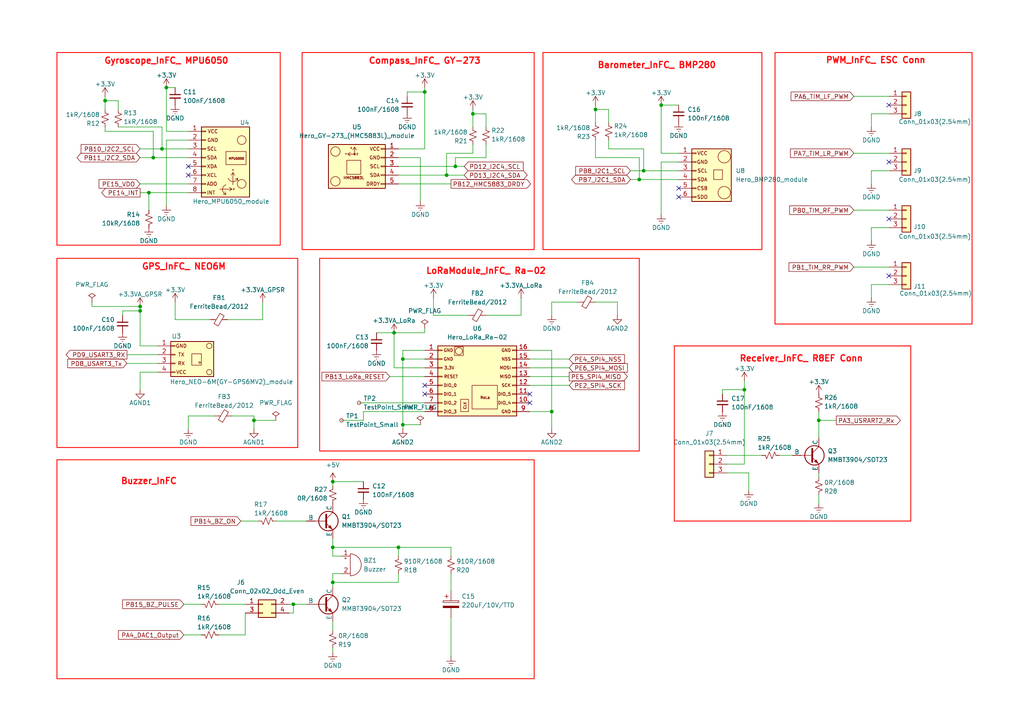
<source format=kicad_sch>
(kicad_sch (version 20250114) (generator "eeschema") (generator_version "9.0")
  (paper "A4")
  (rectangle (start 16.51 133.35) (end 154.94 196.85) (stroke (width 0.254) (color 255 4 0 1)))
  (rectangle (start 16.51 74.93) (end 86.36 129.794) (stroke (width 0.254) (color 255 4 0 1)))
  (rectangle (start 195.58 100.33) (end 264.16 151.13) (stroke (width 0.254) (color 255 4 0 1)))
  (rectangle (start 87.63 15.24) (end 154.94 72.39) (stroke (width 0.254) (color 255 4 0 1)))
  (rectangle (start 224.79 15.24) (end 281.94 93.98) (stroke (width 0.254) (color 255 4 0 1)))
  (rectangle (start 16.51 15.24) (end 81.28 71.12) (stroke (width 0.254) (color 255 4 0 1)))
  (rectangle (start 69.85 71.12) (end 69.85 71.12))
  (rectangle (start 157.48 15.24) (end 220.98 72.39) (stroke (width 0.254) (color 255 4 0 1)))
  (rectangle (start 92.71 74.93) (end 185.42 130.81) (stroke (width 0.254) (color 255 4 0 1)))
  (text "LoRaModule_InFC_ Ra-02" (at 140.97 78.74 0) (effects (font (size 1.778 1.778) (thickness 0.3556) (bold yes))))
  (text "Barometer_InFC_ BMP280" (at 190.5 19.05 0) (effects (font (size 1.778 1.778) (thickness 0.3556) (bold yes))))
  (text "Buzzer_InFC\n" (at 43.18 139.7 0) (effects (font (size 1.778 1.778) (thickness 0.3556) (bold yes))))
  (text "Receiver_InFC_ R8EF Conn\n" (at 232.41 104.14 0) (effects (font (size 1.778 1.778) (thickness 0.3556) (bold yes))))
  (text "GPS_InFC_ NEO6M\n" (at 53.34 77.47 0) (effects (font (size 1.778 1.778) (thickness 0.3556) (bold yes))))
  (text "Compass_InFC_ GY-273" (at 123.19 17.78 0) (effects (font (size 1.778 1.778) (thickness 0.3556) (bold yes))))
  (text "PWM_InFC_ ESC Conn\n\n" (at 254 19.05 0) (effects (font (size 1.778 1.778) (thickness 0.3556) (bold yes))))
  (text "Gyroscope_InFC_ MPU6050\n" (at 48.26 17.78 0) (effects (font (size 1.778 1.778) (thickness 0.3556) (bold yes))))
  (junction (at 215.9 113.03))
  (junction (at 186.69 49.53))
  (junction (at 116.84 104.14))
  (junction (at 172.72 31.75))
  (junction (at 96.52 158.75))
  (junction (at 137.16 33.02))
  (junction (at 40.64 90.17))
  (junction (at 46.99 43.18))
  (junction (at 85.09 175.26))
  (junction (at 73.66 121.92))
  (junction (at 129.54 50.8))
  (junction (at 132.08 48.26))
  (junction (at 48.26 25.4))
  (junction (at 123.19 26.67))
  (junction (at 116.84 123.19))
  (junction (at 191.77 30.48))
  (junction (at 30.48 29.21))
  (junction (at 114.3 96.52))
  (junction (at 96.52 139.7))
  (junction (at 96.52 168.91))
  (junction (at 160.02 119.38))
  (junction (at 40.64 88.9))
  (junction (at 237.49 121.92))
  (junction (at 43.18 55.88))
  (junction (at 115.57 158.75))
  (junction (at 44.45 45.72))
  (junction (at 185.42 52.07))
  (no_connect (at 257.81 63.5))
  (no_connect (at 153.67 114.3))
  (no_connect (at 54.61 48.26))
  (no_connect (at 257.81 46.99))
  (no_connect (at 257.81 30.48))
  (no_connect (at 123.19 114.3))
  (no_connect (at 196.85 57.15))
  (no_connect (at 153.67 116.84))
  (no_connect (at 123.19 111.76))
  (no_connect (at 54.61 50.8))
  (no_connect (at 196.85 54.61))
  (no_connect (at 257.81 80.01))
  (wire (pts (xy 176.53 43.18) (xy 176.53 40.64)))
  (wire (pts (xy 252.73 69.85) (xy 252.73 66.04)))
  (wire (pts (xy 85.09 177.8) (xy 85.09 175.26)))
  (wire (pts (xy 96.52 168.91) (xy 96.52 170.18)))
  (wire (pts (xy 137.16 44.45) (xy 137.16 41.91)))
  (wire (pts (xy 118.11 26.67) (xy 123.19 26.67)))
  (wire (pts (xy 44.45 45.72) (xy 54.61 45.72)))
  (wire (pts (xy 96.52 158.75) (xy 115.57 158.75)))
  (wire (pts (xy 196.85 44.45) (xy 191.77 44.45)))
  (wire (pts (xy 129.54 50.8) (xy 129.54 44.45)))
  (wire (pts (xy 26.67 87.63) (xy 26.67 88.9)))
  (wire (pts (xy 48.26 25.4) (xy 50.8 25.4)))
  (wire (pts (xy 121.92 58.42) (xy 121.92 45.72)))
  (wire (pts (xy 109.22 96.52) (xy 114.3 96.52)))
  (wire (pts (xy 160.02 101.6) (xy 160.02 119.38)))
  (wire (pts (xy 116.84 104.14) (xy 116.84 101.6)))
  (wire (pts (xy 54.61 120.65) (xy 62.23 120.65)))
  (wire (pts (xy 209.55 114.3) (xy 209.55 113.03)))
  (wire (pts (xy 48.26 25.4) (xy 48.26 38.1)))
  (wire (pts (xy 179.07 87.63) (xy 179.07 91.44)))
  (wire (pts (xy 121.92 45.72) (xy 115.57 45.72)))
  (wire (pts (xy 53.34 175.26) (xy 58.42 175.26)))
  (wire (pts (xy 237.49 121.92) (xy 237.49 127)))
  (wire (pts (xy 30.48 36.83) (xy 30.48 38.1)))
  (wire (pts (xy 196.85 46.99) (xy 191.77 46.99)))
  (wire (pts (xy 210.82 137.16) (xy 217.17 137.16)))
  (wire (pts (xy 45.72 100.33) (xy 40.64 100.33)))
  (wire (pts (xy 66.04 92.71) (xy 76.2 92.71)))
  (wire (pts (xy 96.52 139.7) (xy 105.41 139.7)))
  (wire (pts (xy 118.11 27.94) (xy 118.11 26.67)))
  (wire (pts (xy 54.61 53.34) (xy 40.64 53.34)))
  (wire (pts (xy 185.42 45.72) (xy 185.42 52.07)))
  (wire (pts (xy 191.77 46.99) (xy 191.77 62.23)))
  (wire (pts (xy 123.19 95.25) (xy 123.19 96.52)))
  (wire (pts (xy 96.52 158.75) (xy 96.52 161.29)))
  (wire (pts (xy 151.13 91.44) (xy 151.13 86.36)))
  (wire (pts (xy 153.67 111.76) (xy 165.1 111.76)))
  (wire (pts (xy 115.57 48.26) (xy 132.08 48.26)))
  (wire (pts (xy 40.64 45.72) (xy 44.45 45.72)))
  (wire (pts (xy 215.9 110.49) (xy 215.9 113.03)))
  (wire (pts (xy 96.52 166.37) (xy 96.52 168.91)))
  (wire (pts (xy 252.73 82.55) (xy 257.81 82.55)))
  (wire (pts (xy 186.69 43.18) (xy 176.53 43.18)))
  (wire (pts (xy 35.56 91.44) (xy 35.56 90.17)))
  (wire (pts (xy 160.02 91.44) (xy 160.02 87.63)))
  (wire (pts (xy 123.19 26.67) (xy 123.19 25.4)))
  (wire (pts (xy 43.18 55.88) (xy 54.61 55.88)))
  (wire (pts (xy 125.73 86.36) (xy 125.73 91.44)))
  (wire (pts (xy 115.57 158.75) (xy 130.81 158.75)))
  (wire (pts (xy 191.77 44.45) (xy 191.77 30.48)))
  (wire (pts (xy 137.16 33.02) (xy 140.97 33.02)))
  (wire (pts (xy 48.26 40.64) (xy 48.26 59.69)))
  (wire (pts (xy 153.67 106.68) (xy 165.1 106.68)))
  (wire (pts (xy 113.03 109.22) (xy 123.19 109.22)))
  (wire (pts (xy 115.57 43.18) (xy 123.19 43.18)))
  (wire (pts (xy 115.57 168.91) (xy 115.57 166.37)))
  (wire (pts (xy 215.9 134.62) (xy 210.82 134.62)))
  (wire (pts (xy 185.42 45.72) (xy 172.72 45.72)))
  (wire (pts (xy 186.69 49.53) (xy 186.69 43.18)))
  (wire (pts (xy 116.84 123.19) (xy 116.84 104.14)))
  (wire (pts (xy 43.18 55.88) (xy 43.18 60.96)))
  (wire (pts (xy 35.56 90.17) (xy 40.64 90.17)))
  (wire (pts (xy 96.52 139.7) (xy 96.52 140.97)))
  (wire (pts (xy 252.73 53.34) (xy 252.73 49.53)))
  (wire (pts (xy 247.65 77.47) (xy 257.81 77.47)))
  (wire (pts (xy 130.81 166.37) (xy 130.81 171.45)))
  (wire (pts (xy 99.06 121.92) (xy 105.41 121.92)))
  (wire (pts (xy 160.02 119.38) (xy 160.02 124.46)))
  (wire (pts (xy 237.49 137.16) (xy 237.49 138.43)))
  (wire (pts (xy 172.72 30.48) (xy 172.72 31.75)))
  (wire (pts (xy 123.19 96.52) (xy 114.3 96.52)))
  (wire (pts (xy 172.72 45.72) (xy 172.72 40.64)))
  (wire (pts (xy 46.99 36.83) (xy 46.99 43.18)))
  (wire (pts (xy 96.52 156.21) (xy 96.52 158.75)))
  (wire (pts (xy 40.64 88.9) (xy 40.64 90.17)))
  (wire (pts (xy 226.06 132.08) (xy 229.87 132.08)))
  (wire (pts (xy 105.41 119.38) (xy 123.19 119.38)))
  (wire (pts (xy 96.52 187.96) (xy 96.52 189.23)))
  (wire (pts (xy 54.61 40.64) (xy 48.26 40.64)))
  (wire (pts (xy 123.19 106.68) (xy 114.3 106.68)))
  (wire (pts (xy 99.06 166.37) (xy 96.52 166.37)))
  (wire (pts (xy 153.67 104.14) (xy 165.1 104.14)))
  (wire (pts (xy 182.88 49.53) (xy 186.69 49.53)))
  (wire (pts (xy 63.5 175.26) (xy 71.12 175.26)))
  (wire (pts (xy 71.12 184.15) (xy 71.12 177.8)))
  (wire (pts (xy 130.81 158.75) (xy 130.81 161.29)))
  (wire (pts (xy 34.29 36.83) (xy 46.99 36.83)))
  (wire (pts (xy 96.52 161.29) (xy 99.06 161.29)))
  (wire (pts (xy 114.3 106.68) (xy 114.3 96.52)))
  (wire (pts (xy 83.82 175.26) (xy 85.09 175.26)))
  (wire (pts (xy 44.45 38.1) (xy 44.45 45.72)))
  (wire (pts (xy 153.67 101.6) (xy 160.02 101.6)))
  (wire (pts (xy 217.17 137.16) (xy 217.17 142.24)))
  (wire (pts (xy 237.49 143.51) (xy 237.49 146.05)))
  (wire (pts (xy 83.82 177.8) (xy 85.09 177.8)))
  (wire (pts (xy 252.73 49.53) (xy 257.81 49.53)))
  (wire (pts (xy 30.48 27.94) (xy 30.48 29.21)))
  (wire (pts (xy 80.01 151.13) (xy 88.9 151.13)))
  (wire (pts (xy 69.85 151.13) (xy 74.93 151.13)))
  (wire (pts (xy 132.08 48.26) (xy 132.08 45.72)))
  (wire (pts (xy 172.72 87.63) (xy 179.07 87.63)))
  (wire (pts (xy 242.57 121.92) (xy 237.49 121.92)))
  (wire (pts (xy 209.55 113.03) (xy 215.9 113.03)))
  (wire (pts (xy 116.84 101.6) (xy 123.19 101.6)))
  (wire (pts (xy 34.29 31.75) (xy 34.29 29.21)))
  (wire (pts (xy 54.61 124.46) (xy 54.61 120.65)))
  (wire (pts (xy 140.97 33.02) (xy 140.97 36.83)))
  (wire (pts (xy 105.41 121.92) (xy 105.41 119.38)))
  (wire (pts (xy 129.54 44.45) (xy 137.16 44.45)))
  (wire (pts (xy 186.69 49.53) (xy 196.85 49.53)))
  (wire (pts (xy 53.34 184.15) (xy 58.42 184.15)))
  (wire (pts (xy 48.26 38.1) (xy 54.61 38.1)))
  (wire (pts (xy 76.2 92.71) (xy 76.2 87.63)))
  (wire (pts (xy 26.67 88.9) (xy 40.64 88.9)))
  (wire (pts (xy 252.73 36.83) (xy 252.73 33.02)))
  (wire (pts (xy 67.31 120.65) (xy 73.66 120.65)))
  (wire (pts (xy 130.81 179.07) (xy 130.81 190.5)))
  (wire (pts (xy 73.66 120.65) (xy 73.66 121.92)))
  (wire (pts (xy 237.49 119.38) (xy 237.49 121.92)))
  (wire (pts (xy 252.73 33.02) (xy 257.81 33.02)))
  (wire (pts (xy 140.97 91.44) (xy 151.13 91.44)))
  (wire (pts (xy 116.84 124.46) (xy 116.84 123.19)))
  (wire (pts (xy 30.48 29.21) (xy 30.48 31.75)))
  (wire (pts (xy 172.72 31.75) (xy 176.53 31.75)))
  (wire (pts (xy 185.42 52.07) (xy 196.85 52.07)))
  (wire (pts (xy 182.88 52.07) (xy 185.42 52.07)))
  (wire (pts (xy 40.64 55.88) (xy 43.18 55.88)))
  (wire (pts (xy 96.52 168.91) (xy 115.57 168.91)))
  (wire (pts (xy 123.19 43.18) (xy 123.19 26.67)))
  (wire (pts (xy 45.72 107.95) (xy 40.64 107.95)))
  (wire (pts (xy 116.84 123.19) (xy 121.92 123.19)))
  (wire (pts (xy 30.48 38.1) (xy 44.45 38.1)))
  (wire (pts (xy 132.08 48.26) (xy 134.62 48.26)))
  (wire (pts (xy 115.57 53.34) (xy 130.81 53.34)))
  (wire (pts (xy 36.83 105.41) (xy 45.72 105.41)))
  (wire (pts (xy 46.99 43.18) (xy 54.61 43.18)))
  (wire (pts (xy 140.97 45.72) (xy 140.97 41.91)))
  (wire (pts (xy 85.09 175.26) (xy 88.9 175.26)))
  (wire (pts (xy 116.84 104.14) (xy 123.19 104.14)))
  (wire (pts (xy 247.65 60.96) (xy 257.81 60.96)))
  (wire (pts (xy 36.83 102.87) (xy 45.72 102.87)))
  (wire (pts (xy 96.52 180.34) (xy 96.52 182.88)))
  (wire (pts (xy 153.67 109.22) (xy 165.1 109.22)))
  (wire (pts (xy 50.8 92.71) (xy 60.96 92.71)))
  (wire (pts (xy 172.72 31.75) (xy 172.72 35.56)))
  (wire (pts (xy 247.65 27.94) (xy 257.81 27.94)))
  (wire (pts (xy 137.16 31.75) (xy 137.16 33.02)))
  (wire (pts (xy 252.73 66.04) (xy 257.81 66.04)))
  (wire (pts (xy 40.64 100.33) (xy 40.64 90.17)))
  (wire (pts (xy 137.16 33.02) (xy 137.16 36.83)))
  (wire (pts (xy 129.54 50.8) (xy 134.62 50.8)))
  (wire (pts (xy 153.67 119.38) (xy 160.02 119.38)))
  (wire (pts (xy 191.77 30.48) (xy 196.85 30.48)))
  (wire (pts (xy 247.65 44.45) (xy 257.81 44.45)))
  (wire (pts (xy 115.57 158.75) (xy 115.57 161.29)))
  (wire (pts (xy 73.66 121.92) (xy 73.66 124.46)))
  (wire (pts (xy 125.73 91.44) (xy 135.89 91.44)))
  (wire (pts (xy 210.82 132.08) (xy 220.98 132.08)))
  (wire (pts (xy 215.9 113.03) (xy 215.9 134.62)))
  (wire (pts (xy 132.08 45.72) (xy 140.97 45.72)))
  (wire (pts (xy 115.57 50.8) (xy 129.54 50.8)))
  (wire (pts (xy 50.8 87.63) (xy 50.8 92.71)))
  (wire (pts (xy 40.64 107.95) (xy 40.64 113.03)))
  (wire (pts (xy 176.53 31.75) (xy 176.53 35.56)))
  (wire (pts (xy 34.29 29.21) (xy 30.48 29.21)))
  (wire (pts (xy 104.14 116.84) (xy 123.19 116.84)))
  (wire (pts (xy 73.66 121.92) (xy 80.01 121.92)))
  (wire (pts (xy 252.73 86.36) (xy 252.73 82.55)))
  (wire (pts (xy 63.5 184.15) (xy 71.12 184.15)))
  (wire (pts (xy 40.64 43.18) (xy 46.99 43.18)))
  (wire (pts (xy 160.02 87.63) (xy 167.64 87.63)))
  (global_label "PE6_SPI4_MOSI" (shape input) (at 165.1 106.68 0) (property "Intersheetrefs" "${INTERSHEET_REFS}" (effects (hide yes))))
  (global_label "PE14_INT" (shape output) (at 40.64 55.88 180) (property "Intersheetrefs" "${INTERSHEET_REFS}" (effects (hide yes))))
  (global_label "PB10_I2C2_SCL" (shape input) (at 40.64 43.18 180) (property "Intersheetrefs" "${INTERSHEET_REFS}" (effects (hide yes))))
  (global_label "PE4_SPI4_NSS" (shape input) (at 165.1 104.14 0) (property "Intersheetrefs" "${INTERSHEET_REFS}" (effects (hide yes))))
  (global_label "PE5_SPI4_MISO" (shape output) (at 165.1 109.22 0) (property "Intersheetrefs" "${INTERSHEET_REFS}" (effects (hide yes))))
  (global_label "PD9_USART3_RX" (shape output) (at 36.83 102.87 180) (property "Intersheetrefs" "${INTERSHEET_REFS}" (effects (hide yes))))
  (global_label "PB13_LoRa_RESET" (shape input) (at 113.03 109.22 180) (property "Intersheetrefs" "${INTERSHEET_REFS}" (effects (hide yes))))
  (global_label "PB12_HMC5883_DRDY" (shape output) (at 130.81 53.34 0) (property "Intersheetrefs" "${INTERSHEET_REFS}" (effects (hide yes))))
  (global_label "PD13_I2C4_SDA" (shape bidirectional) (at 134.62 50.8 0) (property "Intersheetrefs" "${INTERSHEET_REFS}" (effects (hide yes))))
  (global_label "PA4_DAC1_Output" (shape input) (at 53.34 184.15 180) (property "Intersheetrefs" "${INTERSHEET_REFS}" (effects (hide yes))))
  (global_label "PB7_I2C1_SDA" (shape bidirectional) (at 182.88 52.07 180) (property "Intersheetrefs" "${INTERSHEET_REFS}" (effects (hide yes))))
  (global_label "PA3_USRART2_Rx" (shape output) (at 242.57 121.92 0) (property "Intersheetrefs" "${INTERSHEET_REFS}" (effects (hide yes))))
  (global_label "PE2_SPI4_SCK" (shape input) (at 165.1 111.76 0) (property "Intersheetrefs" "${INTERSHEET_REFS}" (effects (hide yes))))
  (global_label "PA7_TIM_LR_PWM" (shape input) (at 247.65 44.45 180) (property "Intersheetrefs" "${INTERSHEET_REFS}" (effects (hide yes))))
  (global_label "PA6_TIM_LF_PWM" (shape input) (at 247.65 27.94 180) (property "Intersheetrefs" "${INTERSHEET_REFS}" (effects (hide yes))))
  (global_label "PE15_VDO" (shape input) (at 40.64 53.34 180) (property "Intersheetrefs" "${INTERSHEET_REFS}" (effects (hide yes))))
  (global_label "PB1_TIM_RR_PWM" (shape input) (at 247.65 77.47 180) (property "Intersheetrefs" "${INTERSHEET_REFS}" (effects (hide yes))))
  (global_label "PB14_BZ_ON" (shape input) (at 69.85 151.13 180) (property "Intersheetrefs" "${INTERSHEET_REFS}" (effects (hide yes))))
  (global_label "PD12_I2C4_SCL" (shape input) (at 134.62 48.26 0) (property "Intersheetrefs" "${INTERSHEET_REFS}" (effects (hide yes))))
  (global_label "PB11_I2C2_SDA" (shape bidirectional) (at 40.64 45.72 180) (property "Intersheetrefs" "${INTERSHEET_REFS}" (effects (hide yes))))
  (global_label "PD8_USART3_Tx" (shape input) (at 36.83 105.41 180) (property "Intersheetrefs" "${INTERSHEET_REFS}" (effects (hide yes))))
  (global_label "PB8_I2C1_SCL" (shape input) (at 182.88 49.53 180) (property "Intersheetrefs" "${INTERSHEET_REFS}" (effects (hide yes))))
  (global_label "PB15_BZ_PULSE" (shape input) (at 53.34 175.26 180) (property "Intersheetrefs" "${INTERSHEET_REFS}" (effects (hide yes))))
  (global_label "PB0_TIM_RF_PWM" (shape input) (at 247.65 60.96 180) (property "Intersheetrefs" "${INTERSHEET_REFS}" (effects (hide yes))))
  (symbol (lib_id "Connector_Generic:Conn_01x03") (at 205.74 134.62 0) (mirror y) (unit 1)
    (property "Reference" "J7" (at 205.74 125.73 0))
    (property "Value" "Conn_01x03(2.54mm)" (at 205.74 128.27 0))
    (property "Footprint" "Connector_PinHeader_2.54mm:PinHeader_1x03_P2.54mm_Vertical" (effects (hide yes)))
    (property "Description" "Generic connector, single row, 01x03, script generated (kicad-library-utils/schlib/autogen/connector/)" (effects (hide yes)))
  )
  (symbol (lib_id "Device:C_Small") (at 196.85 33.02 0) (unit 1)
    (property "Reference" "C16" (at 199.39 31.7562 0) (effects (justify left)))
    (property "Value" "100nF/1608" (at 199.39 34.2962 0) (effects (justify left)))
    (property "Footprint" "Capacitor_SMD:C_0603_1608Metric_Pad1.08x0.95mm_HandSolder" (effects (hide yes)))
    (property "Description" "Unpolarized capacitor, small symbol" (effects (hide yes)))
  )
  (symbol (lib_id "power:+3.3V") (at 123.19 25.4 0) (unit 1)
    (property "Reference" "#PWR054" (effects (hide yes)))
    (property "Value" "+3.3V" (at 123.19 21.844 0))
    (property "Description" "Power symbol creates a global label with name \"+3.3V\"" (effects (hide yes)))
  )
  (symbol (lib_id "Hero_library_sym:Hero_MPU6050_module") (at 59.69 45.72 0) (unit 1)
    (property "Reference" "U4" (at 69.596 35.56 0) (effects (justify left)))
    (property "Value" "Hero_MPU6050_module" (at 55.88 58.42 0) (effects (justify left)))
    (property "Footprint" "Hero_Footprint_25:Hero_MPU6050_1x08_P2.54mm_Vertical" (effects (hide yes)))
    (property "Description" "Generic connector, single row, 01x08, script generated (kicad-library-utils/schlib/autogen/connector/)" (effects (hide yes)))
  )
  (symbol (lib_id "Connector_Generic:Conn_02x02_Odd_Even") (at 76.2 175.26 0) (unit 1)
    (property "Reference" "J6" (at 69.85 168.91 0))
    (property "Value" "Conn_02x02_Odd_Even" (at 77.47 171.45 0))
    (property "Footprint" "Connector_PinHeader_2.54mm:PinHeader_2x02_P2.54mm_Vertical" (effects (hide yes)))
    (property "Description" "Generic connector, double row, 02x02, odd/even pin numbering scheme (row 1 odd numbers, row 2 even numbers), script generated (kicad-library-utils/schlib/autogen/connector/)" (effects (hide yes)))
  )
  (symbol (lib_id "power:+3.3V") (at 76.2 87.63 0) (unit 1)
    (property "Reference" "#PWR044" (effects (hide yes)))
    (property "Value" "+3.3VA_GPSR" (at 76.2 84.074 0))
    (property "Description" "Power symbol creates a global label with name \"+3.3V\"" (effects (hide yes)))
  )
  (symbol (lib_id "power:Earth") (at 252.73 53.34 0) (unit 1)
    (property "Reference" "#PWR069" (effects (hide yes)))
    (property "Value" "DGND" (at 252.73 57.15 0))
    (property "Description" "Power symbol creates a global label with name \"Earth\"" (effects (hide yes)))
  )
  (symbol (lib_id "power:GND") (at 160.02 124.46 0) (unit 1)
    (property "Reference" "#PWR080" (effects (hide yes)))
    (property "Value" "AGND2" (at 160.02 128.27 0))
    (property "Description" "Power symbol creates a global label with name \"GND\" , ground" (effects (hide yes)))
  )
  (symbol (lib_id "power:+3.3V") (at 40.64 88.9 0) (unit 1)
    (property "Reference" "#PWR037" (effects (hide yes)))
    (property "Value" "+3.3VA_GPSR" (at 40.64 85.344 0))
    (property "Description" "Power symbol creates a global label with name \"+3.3V\"" (effects (hide yes)))
  )
  (symbol (lib_id "Connector:TestPoint_Small") (at 99.06 121.92 0) (unit 1)
    (property "Reference" "TP1" (at 100.33 120.6499 0) (effects (justify left)))
    (property "Value" "TestPoint_Small" (at 100.33 123.1899 0) (effects (justify left)))
    (property "Footprint" "TestPoint:TestPoint_THTPad_D1.0mm_Drill0.5mm" (effects (hide yes)))
    (property "Description" "test point" (effects (hide yes)))
  )
  (symbol (lib_id "power:Earth") (at 130.81 190.5 0) (unit 1)
    (property "Reference" "#PWR056" (effects (hide yes)))
    (property "Value" "DGND" (at 130.81 194.31 0))
    (property "Description" "Power symbol creates a global label with name \"Earth\"" (effects (hide yes)))
  )
  (symbol (lib_id "power:+3.3V") (at 151.13 86.36 0) (unit 1)
    (property "Reference" "#PWR058" (effects (hide yes)))
    (property "Value" "+3.3VA_LoRa" (at 151.13 82.804 0))
    (property "Description" "Power symbol creates a global label with name \"+3.3V\"" (effects (hide yes)))
  )
  (symbol (lib_id "Connector_Generic:Conn_01x03") (at 262.89 63.5 0) (unit 1)
    (property "Reference" "J10" (at 264.922 65.786 0) (effects (justify left)))
    (property "Value" "Conn_01x03(2.54mm)" (at 260.604 68.58 0) (effects (justify left)))
    (property "Footprint" "Connector_PinHeader_2.54mm:PinHeader_1x03_P2.54mm_Vertical" (effects (hide yes)))
    (property "Description" "Generic connector, single row, 01x03, script generated (kicad-library-utils/schlib/autogen/connector/)" (effects (hide yes)))
  )
  (symbol (lib_id "power:GND") (at 179.07 91.44 0) (unit 1)
    (property "Reference" "#PWR079" (effects (hide yes)))
    (property "Value" "AGND2" (at 179.07 95.25 0))
    (property "Description" "Power symbol creates a global label with name \"GND\" , ground" (effects (hide yes)))
  )
  (symbol (lib_id "power:+3.3V") (at 237.49 114.3 0) (unit 1)
    (property "Reference" "#PWR066" (effects (hide yes)))
    (property "Value" "+3.3V" (at 237.49 110.744 0))
    (property "Description" "Power symbol creates a global label with name \"+3.3V\"" (effects (hide yes)))
  )
  (symbol (lib_id "Device:R_Small_US") (at 34.29 34.29 0) (unit 1)
    (property "Reference" "R13" (at 35.814 32.766 0) (effects (justify left)))
    (property "Value" "1kR/1608" (at 35.814 35.306 0) (effects (justify left)))
    (property "Footprint" "Resistor_SMD:R_0603_1608Metric_Pad0.98x0.95mm_HandSolder" (effects (hide yes)))
    (property "Description" "Resistor, small US symbol" (effects (hide yes)))
  )
  (symbol (lib_id "Device:R_Small_US") (at 137.16 39.37 180) (unit 1)
    (property "Reference" "R21" (at 135.636 40.894 0) (effects (justify left)))
    (property "Value" "1kR/1608" (at 135.636 38.354 0) (effects (justify left)))
    (property "Footprint" "Resistor_SMD:R_0603_1608Metric_Pad0.98x0.95mm_HandSolder" (effects (hide yes)))
    (property "Description" "Resistor, small US symbol" (effects (hide yes)))
  )
  (symbol (lib_id "Hero_library_sym:Hero_GY-273_(HMC5883L)_module") (at 104.14 48.26 0) (unit 1)
    (property "Reference" "U5" (at 103.505 36.83 0))
    (property "Value" "Hero_GY-273_(HMC5883L)_module" (at 103.505 39.37 0))
    (property "Footprint" "Hero_Footprint_25:Hero_gy273" (effects (hide yes)))
    (property "Description" "Generic connector, single row, 01x05, script generated (kicad-library-utils/schlib/autogen/connector/)" (effects (hide yes)))
  )
  (symbol (lib_id "power:+3.3V") (at 172.72 30.48 0) (unit 1)
    (property "Reference" "#PWR060" (effects (hide yes)))
    (property "Value" "+3.3V" (at 172.72 26.924 0))
    (property "Description" "Power symbol creates a global label with name \"+3.3V\"" (effects (hide yes)))
  )
  (symbol (lib_id "power:Earth") (at 50.8 30.48 0) (unit 1)
    (property "Reference" "#PWR042" (effects (hide yes)))
    (property "Value" "DGND" (at 50.8 34.29 0))
    (property "Description" "Power symbol creates a global label with name \"Earth\"" (effects (hide yes)))
  )
  (symbol (lib_id "Device:C_Polarized") (at 130.81 175.26 0) (unit 1)
    (property "Reference" "C15" (at 133.858 172.974 0) (effects (justify left)))
    (property "Value" "220uF/10V/TTD" (at 133.858 175.514 0) (effects (justify left)))
    (property "Footprint" "Capacitor_Tantalum_SMD:CP_EIA-7343-31_Kemet-D_HandSolder" (effects (hide yes)))
    (property "Description" "Polarized capacitor" (effects (hide yes)))
  )
  (symbol (lib_id "power:Earth") (at 217.17 142.24 0) (unit 1)
    (property "Reference" "#PWR065" (effects (hide yes)))
    (property "Value" "DGND" (at 217.17 146.05 0))
    (property "Description" "Power symbol creates a global label with name \"Earth\"" (effects (hide yes)))
  )
  (symbol (lib_id "Device:FerriteBead_Small") (at 63.5 92.71 270) (unit 1)
    (property "Reference" "FB1" (at 63.5381 86.36 90))
    (property "Value" "FerriteBead/2012" (at 63.5381 88.9 90))
    (property "Footprint" "Inductor_SMD:L_0805_2012Metric_Pad1.05x1.20mm_HandSolder" (effects (hide yes)))
    (property "Description" "Ferrite bead, small symbol" (effects (hide yes)))
  )
  (symbol (lib_id "power:Earth") (at 109.22 101.6 0) (mirror y) (unit 1)
    (property "Reference" "#PWR048" (effects (hide yes)))
    (property "Value" "DGND" (at 109.22 105.41 0))
    (property "Description" "Power symbol creates a global label with name \"Earth\"" (effects (hide yes)))
  )
  (symbol (lib_id "power:GND") (at 40.64 113.03 0) (unit 1)
    (property "Reference" "#PWR078" (effects (hide yes)))
    (property "Value" "AGND1" (at 40.64 116.84 0))
    (property "Description" "Power symbol creates a global label with name \"GND\" , ground" (effects (hide yes)))
  )
  (symbol (lib_id "Device:R_Small_US") (at 130.81 163.83 0) (mirror x) (unit 1)
    (property "Reference" "R20" (at 132.334 165.354 0) (effects (justify left)))
    (property "Value" "910R/1608" (at 132.334 162.814 0) (effects (justify left)))
    (property "Footprint" "Resistor_SMD:R_0603_1608Metric_Pad0.98x0.95mm_HandSolder" (effects (hide yes)))
    (property "Description" "Resistor, small US symbol" (effects (hide yes)))
  )
  (symbol (lib_id "Device:C_Small") (at 109.22 99.06 0) (mirror y) (unit 1)
    (property "Reference" "C13" (at 106.934 97.79 0) (effects (justify left)))
    (property "Value" "100nF/1608" (at 106.934 100.33 0) (effects (justify left)))
    (property "Footprint" "Capacitor_SMD:C_0603_1608Metric_Pad1.08x0.95mm_HandSolder" (effects (hide yes)))
    (property "Description" "Unpolarized capacitor, small symbol" (effects (hide yes)))
  )
  (symbol (lib_id "power:Earth") (at 237.49 146.05 0) (unit 1)
    (property "Reference" "#PWR067" (effects (hide yes)))
    (property "Value" "DGND" (at 237.49 149.86 0))
    (property "Description" "Power symbol creates a global label with name \"Earth\"" (effects (hide yes)))
  )
  (symbol (lib_id "power:Earth") (at 252.73 36.83 0) (unit 1)
    (property "Reference" "#PWR068" (effects (hide yes)))
    (property "Value" "DGND" (at 252.73 40.64 0))
    (property "Description" "Power symbol creates a global label with name \"Earth\"" (effects (hide yes)))
  )
  (symbol (lib_id "Device:R_Small_US") (at 43.18 63.5 0) (mirror y) (unit 1)
    (property "Reference" "R14" (at 40.64 62.2299 0) (effects (justify left)))
    (property "Value" "10kR/1608" (at 40.64 64.7699 0) (effects (justify left)))
    (property "Footprint" "Resistor_SMD:R_0603_1608Metric_Pad0.98x0.95mm_HandSolder" (effects (hide yes)))
    (property "Description" "Resistor, small US symbol" (effects (hide yes)))
  )
  (symbol (lib_id "Device:R_Small_US") (at 115.57 163.83 0) (mirror x) (unit 1)
    (property "Reference" "R18" (at 117.094 165.354 0) (effects (justify left)))
    (property "Value" "910R/1608" (at 117.094 162.814 0) (effects (justify left)))
    (property "Footprint" "Resistor_SMD:R_0603_1608Metric_Pad0.98x0.95mm_HandSolder" (effects (hide yes)))
    (property "Description" "Resistor, small US symbol" (effects (hide yes)))
  )
  (symbol (lib_id "power:PWR_FLAG") (at 123.19 95.25 0) (unit 1)
    (property "Reference" "#FLG07" (effects (hide yes)))
    (property "Value" "PWR_FLAG" (at 123.19 90.17 0))
    (property "Description" "Special symbol for telling ERC where power comes from" (effects (hide yes)))
  )
  (symbol (lib_id "Device:R_Small_US") (at 30.48 34.29 180) (unit 1)
    (property "Reference" "R12" (at 28.956 35.814 0) (effects (justify left)))
    (property "Value" "1kR/1608" (at 28.956 33.274 0) (effects (justify left)))
    (property "Footprint" "Resistor_SMD:R_0603_1608Metric_Pad0.98x0.95mm_HandSolder" (effects (hide yes)))
    (property "Description" "Resistor, small US symbol" (effects (hide yes)))
  )
  (symbol (lib_id "power:Earth") (at 252.73 86.36 0) (unit 1)
    (property "Reference" "#PWR071" (effects (hide yes)))
    (property "Value" "DGND" (at 252.73 90.17 0))
    (property "Description" "Power symbol creates a global label with name \"Earth\"" (effects (hide yes)))
  )
  (symbol (lib_id "Device:R_Small_US") (at 60.96 175.26 270) (mirror x) (unit 1)
    (property "Reference" "R15" (at 57.15 170.434 90) (effects (justify left)))
    (property "Value" "1kR/1608" (at 57.15 172.974 90) (effects (justify left)))
    (property "Footprint" "Resistor_SMD:R_0603_1608Metric_Pad0.98x0.95mm_HandSolder" (effects (hide yes)))
    (property "Description" "Resistor, small US symbol" (effects (hide yes)))
  )
  (symbol (lib_id "Device:FerriteBead_Small") (at 170.18 87.63 270) (unit 1)
    (property "Reference" "FB4" (at 170.434 82.042 90))
    (property "Value" "FerriteBead/2012" (at 170.434 84.582 90))
    (property "Footprint" "Inductor_SMD:L_0805_2012Metric_Pad1.05x1.20mm_HandSolder" (effects (hide yes)))
    (property "Description" "Ferrite bead, small symbol" (effects (hide yes)))
  )
  (symbol (lib_id "Device:C_Small") (at 209.55 116.84 0) (unit 1)
    (property "Reference" "C17" (at 212.09 115.5762 0) (effects (justify left)))
    (property "Value" "100nF/1608" (at 212.09 118.1162 0) (effects (justify left)))
    (property "Footprint" "Capacitor_SMD:C_0603_1608Metric_Pad1.08x0.95mm_HandSolder" (effects (hide yes)))
    (property "Description" "Unpolarized capacitor, small symbol" (effects (hide yes)))
  )
  (symbol (lib_id "power:Earth") (at 105.41 144.78 0) (mirror y) (unit 1)
    (property "Reference" "#PWR047" (effects (hide yes)))
    (property "Value" "DGND" (at 105.41 148.59 0))
    (property "Description" "Power symbol creates a global label with name \"Earth\"" (effects (hide yes)))
  )
  (symbol (lib_id "power:+3.3V") (at 50.8 87.63 0) (unit 1)
    (property "Reference" "#PWR043" (effects (hide yes)))
    (property "Value" "+3.3V" (at 50.8 84.074 0))
    (property "Description" "Power symbol creates a global label with name \"+3.3V\"" (effects (hide yes)))
  )
  (symbol (lib_id "Simulation_SPICE:NPN") (at 93.98 151.13 0) (unit 1)
    (property "Reference" "Q1" (at 99.06 149.8599 0) (effects (justify left)))
    (property "Value" "MMBT3904/SOT23" (at 99.06 152.3999 0) (effects (justify left)))
    (property "Footprint" "Package_TO_SOT_SMD:SOT-23" (effects (hide yes)))
    (property "Datasheet" "https://ngspice.sourceforge.io/docs/ngspice-html-manual/manual.xhtml#cha_BJTs" (effects (hide yes)))
    (property "Description" "Bipolar transistor symbol for simulation only, substrate tied to the emitter" (effects (hide yes)))
    (property "Sim.Device" "NPN" (effects (hide yes)))
    (property "Sim.Type" "GUMMELPOON" (effects (hide yes)))
    (property "Sim.Pins" "1=C 2=B 3=E" (effects (hide yes)))
  )
  (symbol (lib_id "power:Earth") (at 191.77 62.23 0) (unit 1)
    (property "Reference" "#PWR062" (effects (hide yes)))
    (property "Value" "DGND" (at 191.77 66.04 0))
    (property "Description" "Power symbol creates a global label with name \"Earth\"" (effects (hide yes)))
  )
  (symbol (lib_id "Device:C_Small") (at 105.41 142.24 0) (unit 1)
    (property "Reference" "C12" (at 107.95 140.9762 0) (effects (justify left)))
    (property "Value" "100nF/1608" (at 107.95 143.5162 0) (effects (justify left)))
    (property "Footprint" "Capacitor_SMD:C_0603_1608Metric_Pad1.08x0.95mm_HandSolder" (effects (hide yes)))
    (property "Description" "Unpolarized capacitor, small symbol" (effects (hide yes)))
  )
  (symbol (lib_id "power:Earth") (at 252.73 69.85 0) (unit 1)
    (property "Reference" "#PWR070" (effects (hide yes)))
    (property "Value" "DGND" (at 252.73 73.66 0))
    (property "Description" "Power symbol creates a global label with name \"Earth\"" (effects (hide yes)))
  )
  (symbol (lib_id "power:+5V") (at 96.52 139.7 0) (unit 1)
    (property "Reference" "#PWR045" (effects (hide yes)))
    (property "Value" "+5V" (at 96.52 134.874 0))
    (property "Description" "Power symbol creates a global label with name \"+5V\"" (effects (hide yes)))
  )
  (symbol (lib_id "power:+3.3V") (at 48.26 25.4 0) (unit 1)
    (property "Reference" "#PWR040" (effects (hide yes)))
    (property "Value" "+3.3V" (at 48.26 21.844 0))
    (property "Description" "Power symbol creates a global label with name \"+3.3V\"" (effects (hide yes)))
  )
  (symbol (lib_id "Hero_library_sym:Hero_BMP280_module") (at 207.01 50.8 0) (unit 1)
    (property "Reference" "U8" (at 213.36 49.5299 0) (effects (justify left)))
    (property "Value" "Hero_BMP280_module" (at 213.36 52.0699 0) (effects (justify left)))
    (property "Footprint" "Hero_Footprint_25:Hero_BMP280_1x06_P2.54mm_Vertical" (effects (hide yes)))
    (property "Description" "Generic connector, single row, 01x06, script generated (kicad-library-utils/schlib/autogen/connector/)" (effects (hide yes)))
  )
  (symbol (lib_id "Device:R_Small_US") (at 237.49 140.97 0) (mirror x) (unit 1)
    (property "Reference" "R28" (at 239.014 142.494 0) (effects (justify left)))
    (property "Value" "0R/1608" (at 239.014 139.954 0) (effects (justify left)))
    (property "Footprint" "Resistor_SMD:R_0603_1608Metric_Pad0.98x0.95mm_HandSolder" (effects (hide yes)))
    (property "Description" "Resistor, small US symbol" (effects (hide yes)))
  )
  (symbol (lib_id "Device:R_Small_US") (at 172.72 38.1 180) (unit 1)
    (property "Reference" "R23" (at 171.196 39.624 0) (effects (justify left)))
    (property "Value" "1kR/1608" (at 171.196 37.084 0) (effects (justify left)))
    (property "Footprint" "Resistor_SMD:R_0603_1608Metric_Pad0.98x0.95mm_HandSolder" (effects (hide yes)))
    (property "Description" "Resistor, small US symbol" (effects (hide yes)))
  )
  (symbol (lib_id "Connector_Generic:Conn_01x03") (at 262.89 30.48 0) (unit 1)
    (property "Reference" "J8" (at 264.922 33.02 0) (effects (justify left)))
    (property "Value" "Conn_01x03(2.54mm)" (at 260.604 35.306 0) (effects (justify left)))
    (property "Footprint" "Connector_PinHeader_2.54mm:PinHeader_1x03_P2.54mm_Vertical" (effects (hide yes)))
    (property "Description" "Generic connector, single row, 01x03, script generated (kicad-library-utils/schlib/autogen/connector/)" (effects (hide yes)))
  )
  (symbol (lib_id "Device:C_Small") (at 50.8 27.94 0) (unit 1)
    (property "Reference" "C11" (at 53.086 26.67 0) (effects (justify left)))
    (property "Value" "100nF/1608" (at 53.086 29.21 0) (effects (justify left)))
    (property "Footprint" "Capacitor_SMD:C_0603_1608Metric_Pad1.08x0.95mm_HandSolder" (effects (hide yes)))
    (property "Description" "Unpolarized capacitor, small symbol" (effects (hide yes)))
  )
  (symbol (lib_id "Device:R_Small_US") (at 140.97 39.37 0) (unit 1)
    (property "Reference" "R22" (at 142.494 37.846 0) (effects (justify left)))
    (property "Value" "1kR/1608" (at 142.494 40.386 0) (effects (justify left)))
    (property "Footprint" "Resistor_SMD:R_0603_1608Metric_Pad0.98x0.95mm_HandSolder" (effects (hide yes)))
    (property "Description" "Resistor, small US symbol" (effects (hide yes)))
  )
  (symbol (lib_id "Device:C_Small") (at 118.11 30.48 0) (mirror y) (unit 1)
    (property "Reference" "C14" (at 115.824 29.21 0) (effects (justify left)))
    (property "Value" "100nF/1608" (at 115.824 31.75 0) (effects (justify left)))
    (property "Footprint" "Capacitor_SMD:C_0603_1608Metric_Pad1.08x0.95mm_HandSolder" (effects (hide yes)))
    (property "Description" "Unpolarized capacitor, small symbol" (effects (hide yes)))
  )
  (symbol (lib_id "Simulation_SPICE:NPN") (at 234.95 132.08 0) (unit 1)
    (property "Reference" "Q3" (at 240.03 130.8099 0) (effects (justify left)))
    (property "Value" "MMBT3904/SOT23" (at 240.03 133.3499 0) (effects (justify left)))
    (property "Footprint" "Package_TO_SOT_SMD:SOT-23" (effects (hide yes)))
    (property "Datasheet" "https://ngspice.sourceforge.io/docs/ngspice-html-manual/manual.xhtml#cha_BJTs" (effects (hide yes)))
    (property "Description" "Bipolar transistor symbol for simulation only, substrate tied to the emitter" (effects (hide yes)))
    (property "Sim.Device" "NPN" (effects (hide yes)))
    (property "Sim.Type" "GUMMELPOON" (effects (hide yes)))
    (property "Sim.Pins" "1=C 2=B 3=E" (effects (hide yes)))
  )
  (symbol (lib_id "power:+3.3V") (at 137.16 31.75 0) (unit 1)
    (property "Reference" "#PWR057" (effects (hide yes)))
    (property "Value" "+3.3V" (at 137.16 28.194 0))
    (property "Description" "Power symbol creates a global label with name \"+3.3V\"" (effects (hide yes)))
  )
  (symbol (lib_id "power:+3.3V") (at 30.48 27.94 0) (unit 1)
    (property "Reference" "#PWR035" (effects (hide yes)))
    (property "Value" "+3.3V" (at 30.48 24.384 0))
    (property "Description" "Power symbol creates a global label with name \"+3.3V\"" (effects (hide yes)))
  )
  (symbol (lib_id "Connector:TestPoint_Small") (at 104.14 116.84 0) (unit 1)
    (property "Reference" "TP2" (at 105.41 115.5699 0) (effects (justify left)))
    (property "Value" "TestPoint_Small" (at 105.41 118.1099 0) (effects (justify left)))
    (property "Footprint" "TestPoint:TestPoint_THTPad_D1.0mm_Drill0.5mm" (effects (hide yes)))
    (property "Description" "test point" (effects (hide yes)))
  )
  (symbol (lib_id "power:Earth") (at 196.85 35.56 0) (mirror y) (unit 1)
    (property "Reference" "#PWR063" (effects (hide yes)))
    (property "Value" "DGND" (at 196.85 39.37 0))
    (property "Description" "Power symbol creates a global label with name \"Earth\"" (effects (hide yes)))
  )
  (symbol (lib_id "Hero_library_sym:Hero_LoRa_Ra-02") (at 128.27 109.22 0) (unit 1)
    (property "Reference" "U6" (at 138.43 95.25 0))
    (property "Value" "Hero_LoRa_Ra-02" (at 138.43 97.79 0))
    (property "Footprint" "Hero_Footprint_25:Hero_RoLa_Ra-02_1x08_P2.00mm_Vertical" (effects (hide yes)))
    (property "Description" "Generic connector, single row, 01x08, script generated (kicad-library-utils/schlib/autogen/connector/)" (effects (hide yes)))
  )
  (symbol (lib_id "Connector_Generic:Conn_01x03") (at 262.89 80.01 0) (unit 1)
    (property "Reference" "J11" (at 264.922 83.058 0) (effects (justify left)))
    (property "Value" "Conn_01x03(2.54mm)" (at 260.858 85.09 0) (effects (justify left)))
    (property "Footprint" "Connector_PinHeader_2.54mm:PinHeader_1x03_P2.54mm_Vertical" (effects (hide yes)))
    (property "Description" "Generic connector, single row, 01x03, script generated (kicad-library-utils/schlib/autogen/connector/)" (effects (hide yes)))
  )
  (symbol (lib_id "power:Earth") (at 121.92 58.42 0) (unit 1)
    (property "Reference" "#PWR053" (effects (hide yes)))
    (property "Value" "DGND" (at 121.92 62.23 0))
    (property "Description" "Power symbol creates a global label with name \"Earth\"" (effects (hide yes)))
  )
  (symbol (lib_id "power:+3.3V") (at 114.3 96.52 0) (unit 1)
    (property "Reference" "#PWR049" (effects (hide yes)))
    (property "Value" "+3.3VA_LoRa" (at 114.3 92.964 0))
    (property "Description" "Power symbol creates a global label with name \"+3.3V\"" (effects (hide yes)))
  )
  (symbol (lib_id "Device:R_Small_US") (at 60.96 184.15 270) (mirror x) (unit 1)
    (property "Reference" "R16" (at 57.15 179.324 90) (effects (justify left)))
    (property "Value" "1kR/1608" (at 57.15 181.864 90) (effects (justify left)))
    (property "Footprint" "Resistor_SMD:R_0603_1608Metric_Pad0.98x0.95mm_HandSolder" (effects (hide yes)))
    (property "Description" "Resistor, small US symbol" (effects (hide yes)))
  )
  (symbol (lib_id "Device:R_Small_US") (at 223.52 132.08 270) (mirror x) (unit 1)
    (property "Reference" "R25" (at 219.71 127.254 90) (effects (justify left)))
    (property "Value" "1kR/1608" (at 219.71 129.794 90) (effects (justify left)))
    (property "Footprint" "Resistor_SMD:R_0603_1608Metric_Pad0.98x0.95mm_HandSolder" (effects (hide yes)))
    (property "Description" "Resistor, small US symbol" (effects (hide yes)))
  )
  (symbol (lib_id "Device:R_Small_US") (at 77.47 151.13 270) (mirror x) (unit 1)
    (property "Reference" "R17" (at 73.66 146.304 90) (effects (justify left)))
    (property "Value" "1kR/1608" (at 73.66 148.844 90) (effects (justify left)))
    (property "Footprint" "Resistor_SMD:R_0603_1608Metric_Pad0.98x0.95mm_HandSolder" (effects (hide yes)))
    (property "Description" "Resistor, small US symbol" (effects (hide yes)))
  )
  (symbol (lib_id "Device:R_Small_US") (at 237.49 116.84 0) (unit 1)
    (property "Reference" "R26" (at 239.014 115.316 0) (effects (justify left)))
    (property "Value" "1kR/1608" (at 239.014 117.856 0) (effects (justify left)))
    (property "Footprint" "Resistor_SMD:R_0603_1608Metric_Pad0.98x0.95mm_HandSolder" (effects (hide yes)))
    (property "Description" "Resistor, small US symbol" (effects (hide yes)))
  )
  (symbol (lib_id "power:Earth") (at 43.18 66.04 0) (unit 1)
    (property "Reference" "#PWR039" (effects (hide yes)))
    (property "Value" "DGND" (at 43.18 69.85 0))
    (property "Description" "Power symbol creates a global label with name \"Earth\"" (effects (hide yes)))
  )
  (symbol (lib_id "Device:C_Small") (at 35.56 93.98 0) (mirror y) (unit 1)
    (property "Reference" "C10" (at 33.274 92.71 0) (effects (justify left)))
    (property "Value" "100nF/1608" (at 33.274 95.25 0) (effects (justify left)))
    (property "Footprint" "Capacitor_SMD:C_0603_1608Metric_Pad1.08x0.95mm_HandSolder" (effects (hide yes)))
    (property "Description" "Unpolarized capacitor, small symbol" (effects (hide yes)))
  )
  (symbol (lib_id "power:PWR_FLAG") (at 26.67 87.63 0) (unit 1)
    (property "Reference" "#FLG05" (effects (hide yes)))
    (property "Value" "PWR_FLAG" (at 26.67 82.55 0))
    (property "Description" "Special symbol for telling ERC where power comes from" (effects (hide yes)))
  )
  (symbol (lib_id "Device:FerriteBead_Small") (at 64.77 120.65 270) (unit 1)
    (property "Reference" "FB3" (at 65.024 115.062 90))
    (property "Value" "FerriteBead/2012" (at 65.024 117.602 90))
    (property "Footprint" "Inductor_SMD:L_0805_2012Metric_Pad1.05x1.20mm_HandSolder" (effects (hide yes)))
    (property "Description" "Ferrite bead, small symbol" (effects (hide yes)))
  )
  (symbol (lib_id "Connector_Generic:Conn_01x03") (at 262.89 46.99 0) (unit 1)
    (property "Reference" "J9" (at 264.922 49.53 0) (effects (justify left)))
    (property "Value" "Conn_01x03(2.54mm)" (at 260.604 52.07 0) (effects (justify left)))
    (property "Footprint" "Connector_PinHeader_2.54mm:PinHeader_1x03_P2.54mm_Vertical" (effects (hide yes)))
    (property "Description" "Generic connector, single row, 01x03, script generated (kicad-library-utils/schlib/autogen/connector/)" (effects (hide yes)))
  )
  (symbol (lib_id "power:Earth") (at 96.52 189.23 0) (unit 1)
    (property "Reference" "#PWR046" (effects (hide yes)))
    (property "Value" "DGND" (at 96.52 193.04 0))
    (property "Description" "Power symbol creates a global label with name \"Earth\"" (effects (hide yes)))
  )
  (symbol (lib_id "power:GND") (at 116.84 124.46 0) (unit 1)
    (property "Reference" "#PWR050" (effects (hide yes)))
    (property "Value" "AGND2" (at 116.84 128.27 0))
    (property "Description" "Power symbol creates a global label with name \"GND\" , ground" (effects (hide yes)))
  )
  (symbol (lib_id "Device:FerriteBead_Small") (at 138.43 91.44 270) (unit 1)
    (property "Reference" "FB2" (at 138.4681 85.09 90))
    (property "Value" "FerriteBead/2012" (at 138.4681 87.63 90))
    (property "Footprint" "Inductor_SMD:L_0805_2012Metric_Pad1.05x1.20mm_HandSolder" (effects (hide yes)))
    (property "Description" "Ferrite bead, small symbol" (effects (hide yes)))
  )
  (symbol (lib_id "Device:Buzzer") (at 101.6 163.83 0) (unit 1)
    (property "Reference" "BZ1" (at 105.41 162.5599 0) (effects (justify left)))
    (property "Value" "Buzzer" (at 105.41 165.0999 0) (effects (justify left)))
    (property "Footprint" "Buzzer_Beeper:Buzzer_12x9.5RM7.6" (effects (hide yes)))
    (property "Description" "Buzzer, polarized" (effects (hide yes)))
  )
  (symbol (lib_id "power:PWR_FLAG") (at 121.92 123.19 0) (unit 1)
    (property "Reference" "#FLG09" (effects (hide yes)))
    (property "Value" "PWR_FLAG" (at 121.92 118.11 0))
    (property "Description" "Special symbol for telling ERC where power comes from" (effects (hide yes)))
  )
  (symbol (lib_id "power:GND") (at 73.66 124.46 0) (unit 1)
    (property "Reference" "#PWR077" (effects (hide yes)))
    (property "Value" "AGND1" (at 73.66 128.27 0))
    (property "Description" "Power symbol creates a global label with name \"GND\" , ground" (effects (hide yes)))
  )
  (symbol (lib_id "power:+3.3V") (at 125.73 86.36 0) (unit 1)
    (property "Reference" "#PWR055" (effects (hide yes)))
    (property "Value" "+3.3V" (at 125.73 82.804 0))
    (property "Description" "Power symbol creates a global label with name \"+3.3V\"" (effects (hide yes)))
  )
  (symbol (lib_id "Device:R_Small_US") (at 176.53 38.1 0) (unit 1)
    (property "Reference" "R24" (at 178.054 36.576 0) (effects (justify left)))
    (property "Value" "1kR/1608" (at 178.054 39.116 0) (effects (justify left)))
    (property "Footprint" "Resistor_SMD:R_0603_1608Metric_Pad0.98x0.95mm_HandSolder" (effects (hide yes)))
    (property "Description" "Resistor, small US symbol" (effects (hide yes)))
  )
  (symbol (lib_id "power:Earth") (at 48.26 59.69 0) (unit 1)
    (property "Reference" "#PWR041" (effects (hide yes)))
    (property "Value" "DGND" (at 48.26 63.5 0))
    (property "Description" "Power symbol creates a global label with name \"Earth\"" (effects (hide yes)))
  )
  (symbol (lib_id "power:Earth") (at 160.02 91.44 0) (unit 1)
    (property "Reference" "#PWR038" (effects (hide yes)))
    (property "Value" "DGND" (at 160.02 95.25 0))
    (property "Description" "Power symbol creates a global label with name \"Earth\"" (effects (hide yes)))
  )
  (symbol (lib_id "Device:R_Small_US") (at 96.52 143.51 0) (mirror y) (unit 1)
    (property "Reference" "R27" (at 94.996 141.986 0) (effects (justify left)))
    (property "Value" "0R/1608" (at 94.996 144.526 0) (effects (justify left)))
    (property "Footprint" "Resistor_SMD:R_0603_1608Metric_Pad0.98x0.95mm_HandSolder" (effects (hide yes)))
    (property "Description" "Resistor, small US symbol" (effects (hide yes)))
  )
  (symbol (lib_id "power:Earth") (at 118.11 33.02 0) (unit 1)
    (property "Reference" "#PWR051" (effects (hide yes)))
    (property "Value" "DGND" (at 118.11 36.83 0))
    (property "Description" "Power symbol creates a global label with name \"Earth\"" (effects (hide yes)))
  )
  (symbol (lib_id "power:PWR_FLAG") (at 80.01 121.92 0) (unit 1)
    (property "Reference" "#FLG08" (effects (hide yes)))
    (property "Value" "PWR_FLAG" (at 80.01 116.84 0))
    (property "Description" "Special symbol for telling ERC where power comes from" (effects (hide yes)))
  )
  (symbol (lib_id "power:Earth") (at 35.56 96.52 0) (mirror y) (unit 1)
    (property "Reference" "#PWR036" (effects (hide yes)))
    (property "Value" "DGND" (at 35.56 100.33 0))
    (property "Description" "Power symbol creates a global label with name \"Earth\"" (effects (hide yes)))
  )
  (symbol (lib_id "Simulation_SPICE:NPN") (at 93.98 175.26 0) (unit 1)
    (property "Reference" "Q2" (at 99.06 173.9899 0) (effects (justify left)))
    (property "Value" "MMBT3904/SOT23" (at 99.06 176.5299 0) (effects (justify left)))
    (property "Footprint" "Package_TO_SOT_SMD:SOT-23" (effects (hide yes)))
    (property "Datasheet" "https://ngspice.sourceforge.io/docs/ngspice-html-manual/manual.xhtml#cha_BJTs" (effects (hide yes)))
    (property "Description" "Bipolar transistor symbol for simulation only, substrate tied to the emitter" (effects (hide yes)))
    (property "Sim.Device" "NPN" (effects (hide yes)))
    (property "Sim.Type" "GUMMELPOON" (effects (hide yes)))
    (property "Sim.Pins" "1=C 2=B 3=E" (effects (hide yes)))
  )
  (symbol (lib_id "power:+3.3V") (at 191.77 30.48 0) (unit 1)
    (property "Reference" "#PWR061" (effects (hide yes)))
    (property "Value" "+3.3V" (at 191.77 26.924 0))
    (property "Description" "Power symbol creates a global label with name \"+3.3V\"" (effects (hide yes)))
  )
  (symbol (lib_id "Device:R_Small_US") (at 96.52 185.42 0) (mirror x) (unit 1)
    (property "Reference" "R19" (at 98.044 186.944 0) (effects (justify left)))
    (property "Value" "0R/1608" (at 98.044 184.404 0) (effects (justify left)))
    (property "Footprint" "Resistor_SMD:R_0603_1608Metric_Pad0.98x0.95mm_HandSolder" (effects (hide yes)))
    (property "Description" "Resistor, small US symbol" (effects (hide yes)))
  )
  (symbol (lib_id "power:Earth") (at 209.55 119.38 0) (mirror y) (unit 1)
    (property "Reference" "#PWR059" (effects (hide yes)))
    (property "Value" "DGND" (at 209.55 123.19 0))
    (property "Description" "Power symbol creates a global label with name \"Earth\"" (effects (hide yes)))
  )
  (symbol (lib_id "power:Earth") (at 54.61 124.46 0) (unit 1)
    (property "Reference" "#PWR076" (effects (hide yes)))
    (property "Value" "DGND" (at 54.61 128.27 0))
    (property "Description" "Power symbol creates a global label with name \"Earth\"" (effects (hide yes)))
  )
  (symbol (lib_id "Hero_library_sym:Hero_NEO-6M(GY-GPS6MV2)_module") (at 54.61 102.87 0) (unit 1)
    (property "Reference" "U3" (at 49.784 97.536 0) (effects (justify left)))
    (property "Value" "Hero_NEO-6M(GY-GPS6MV2)_module" (at 49.276 110.744 0) (effects (justify left)))
    (property "Footprint" "Hero_Footprint_25:Hero_GY-NEO6MV2" (effects (hide yes)))
    (property "Description" "Generic connector, single row, 01x04, script generated (kicad-library-utils/schlib/autogen/connector/)" (effects (hide yes)))
  )
  (symbol (lib_id "power:+3.3V") (at 215.9 110.49 0) (unit 1)
    (property "Reference" "#PWR064" (effects (hide yes)))
    (property "Value" "+3.3V" (at 215.9 106.934 0))
    (property "Description" "Power symbol creates a global label with name \"+3.3V\"" (effects (hide yes)))
  )
)
</source>
